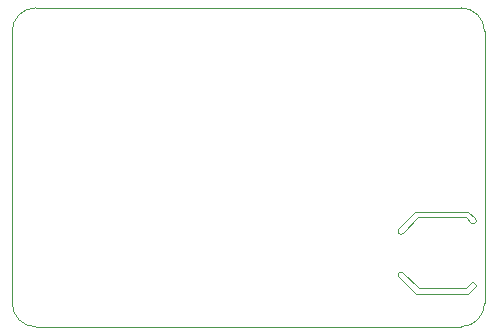
<source format=gbr>
G04 #@! TF.GenerationSoftware,KiCad,Pcbnew,8.0.2*
G04 #@! TF.CreationDate,2024-05-05T20:12:28+02:00*
G04 #@! TF.ProjectId,sensor_board_voc_temp,73656e73-6f72-45f6-926f-6172645f766f,A*
G04 #@! TF.SameCoordinates,Original*
G04 #@! TF.FileFunction,Profile,NP*
%FSLAX46Y46*%
G04 Gerber Fmt 4.6, Leading zero omitted, Abs format (unit mm)*
G04 Created by KiCad (PCBNEW 8.0.2) date 2024-05-05 20:12:28*
%MOMM*%
%LPD*%
G01*
G04 APERTURE LIST*
G04 #@! TA.AperFunction,Profile*
%ADD10C,0.050000*%
G04 #@! TD*
G04 APERTURE END LIST*
D10*
X68000000Y-30000000D02*
G75*
G02*
X70000000Y-32000000I0J-2000000D01*
G01*
X63038892Y-52392133D02*
X64407855Y-53754626D01*
X68401727Y-53750111D01*
X68823223Y-53323223D01*
X68861108Y-53292132D01*
X68951228Y-53254803D01*
X69048772Y-53254803D01*
X69138892Y-53292132D01*
X69207868Y-53361108D01*
X69245197Y-53451228D01*
X69245197Y-53548772D01*
X69207868Y-53638892D01*
X68676777Y-54176777D01*
X68638897Y-54207862D01*
X68638893Y-54207867D01*
X68548773Y-54245196D01*
X64300000Y-54250000D01*
X64251227Y-54245196D01*
X64161107Y-54207867D01*
X64160896Y-54207656D01*
X62723223Y-52776777D01*
X62692133Y-52738892D01*
X62654804Y-52648772D01*
X62654804Y-52551228D01*
X62692133Y-52461108D01*
X62761108Y-52392133D01*
X62851228Y-52354804D01*
X62948772Y-52354804D01*
X63038892Y-52392133D01*
X70000000Y-55000000D02*
G75*
G02*
X68000000Y-57000000I-2000000J0D01*
G01*
X68548773Y-47254804D02*
X68638893Y-47292133D01*
X68638971Y-47292211D01*
X69176777Y-47823223D01*
X69207868Y-47861108D01*
X69245197Y-47951228D01*
X69245197Y-48048772D01*
X69207868Y-48138892D01*
X69138892Y-48207868D01*
X69048772Y-48245197D01*
X68951228Y-48245197D01*
X68861108Y-48207868D01*
X68392695Y-47745372D01*
X64397393Y-47749889D01*
X63076777Y-49076777D01*
X63038892Y-49107867D01*
X62948772Y-49145196D01*
X62851228Y-49145196D01*
X62761108Y-49107867D01*
X62692133Y-49038892D01*
X62654804Y-48948772D01*
X62654804Y-48851228D01*
X62692133Y-48761108D01*
X64123223Y-47323223D01*
X64161102Y-47292137D01*
X64161107Y-47292133D01*
X64251227Y-47254804D01*
X68500000Y-47250000D01*
X68548773Y-47254804D01*
X30000000Y-32000000D02*
G75*
G02*
X32000000Y-30000000I2000000J0D01*
G01*
X30000000Y-55000000D02*
X30000000Y-32000000D01*
X70000000Y-32000000D02*
X70000000Y-55000000D01*
X32000000Y-57000000D02*
G75*
G02*
X30000000Y-55000000I0J2000000D01*
G01*
X32000000Y-30000000D02*
X68000000Y-30000000D01*
X68000000Y-57000000D02*
X32000000Y-57000000D01*
M02*

</source>
